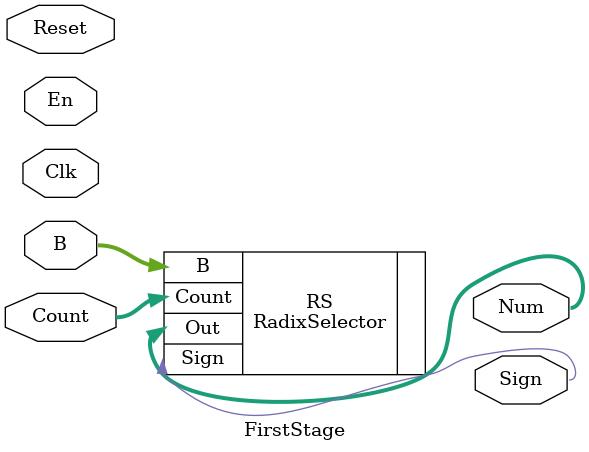
<source format=v>
module FirstStage(Clk, En, Reset, Count, B, Sign, Num);

input Clk, En, Reset;
input [2:0] Count;
input [32:0] B;
output Sign;
output [3:0] Num;

RadixSelector RS(.Count(Count), .B(B), .Sign(Sign), .Out(Num));

endmodule

</source>
